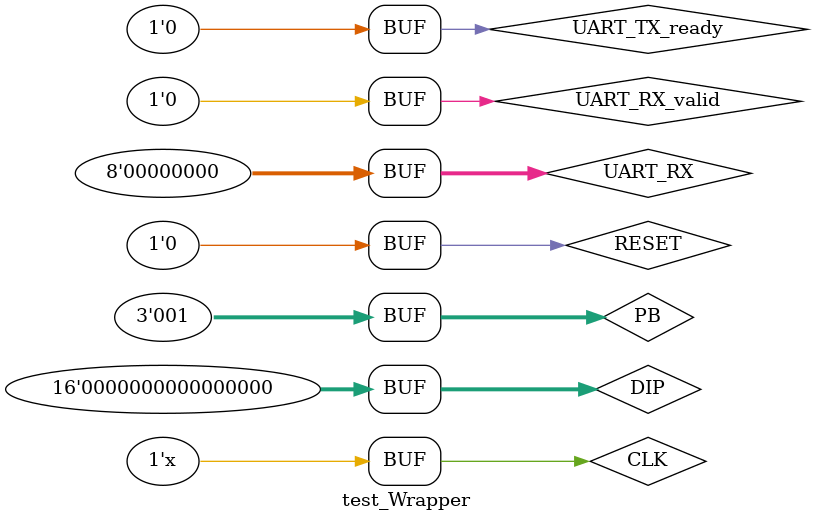
<source format=v>
`timescale 1ns / 1ps
/*
----------------------------------------------------------------------------------
--	(c) Rajesh Panicker
--	License terms :
--	You are free to use this code as long as you
--		(i) DO NOT post it on any public repository;
--		(ii) use it only for educational purposes;
--		(iii) accept the responsibility to ensure that your implementation does not violate any intellectual property of ARM Holdings or other entities.
--		(iv) accept that the program is provided "as is" without warranty of any kind or assurance regarding its suitability for any particular purpose;
--		(v) send an email to rajesh.panicker@ieee.org briefly mentioning its use (except when used for the course CG3207 at the National University of Singapore);
--		(vi) retain this notice in this file or any files derived from this.
----------------------------------------------------------------------------------
*/
module test_Wrapper #(
	   parameter N_LEDs_OUT	= 8,					
	   parameter N_DIPs		= 16,
	   parameter N_PBs		= 3 
	)
	(
	);
	
	// Signals for the Unit Under Test (UUT)
	reg  [N_DIPs-1:0] DIP = 0;		
	reg  [N_PBs-1:0] PB = 0;			
	wire [N_LEDs_OUT-1:0] LED_OUT;
	wire [6:0] LED_PC;			
	wire [31:0] SEVENSEGHEX;	
	wire [7:0] UART_TX;
	reg  UART_TX_ready = 0;
	wire UART_TX_valid;
	reg  [7:0] UART_RX = 0;
	reg  UART_RX_valid = 0;
	wire UART_RX_ack;
	wire OLED_Write;
	wire [6:0] OLED_Col;
	wire [5:0] OLED_Row;
	wire [23:0] OLED_Data;
	reg [31:0] ACCEL_Data;
	wire ACCEL_DReady;			
	reg  RESET = 0;	
	reg  CLK = 0;				
	
	// Instantiate UUT
    Wrapper dut(DIP, PB, LED_OUT, LED_PC, SEVENSEGHEX, UART_TX, UART_TX_ready, UART_TX_valid, UART_RX, UART_RX_valid, UART_RX_ack, OLED_Write, OLED_Col, OLED_Row, OLED_Data, ACCEL_Data, ACCEL_DReady, RESET, CLK) ;

	
	// Note: This testbench is for DIP_to_LED program. Other assembly programs require appropriate modifications.
	// STIMULI
    initial
    begin
        RESET = 1; #10; RESET = 0; //hold reset state for 10 ns.

        PB = 3'b100; // Increase colour Red
        #220;			
        PB = 3'b010; // Toggle to Green
        #220;
        PB = 3'b100;
        #220;
        PB = 3'b010; // Toggle to Blue
        #220;
        PB = 3'b100;
        #220;
        PB = 3'b001; // Decrease colour Green
        #220;
        PB = 3'b010;
        #220;
        PB = 3'b001;
        #220;
        PB = 3'b010;
        #220;
        PB = 3'b001;
    end
	
	// GENERATE CLOCK       
    always          
    begin
       #5 CLK = ~CLK ; // invert clk every 5 time units 
    end
    
endmodule
</source>
